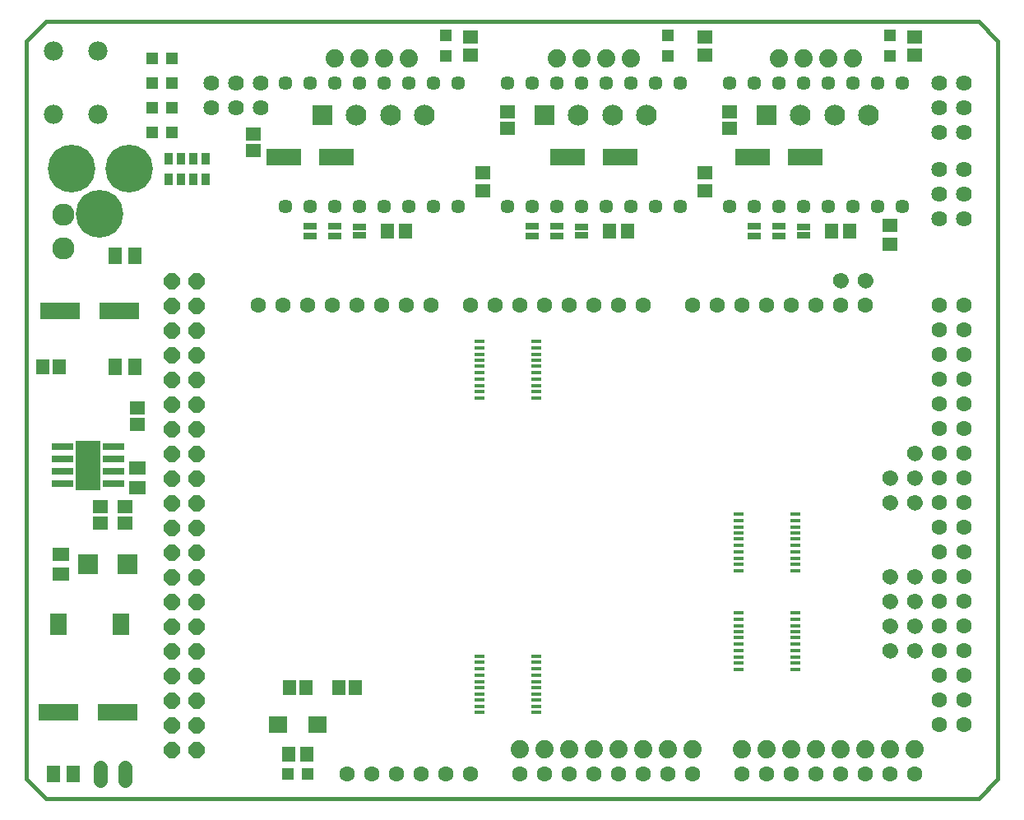
<source format=gts>
G75*
%MOIN*%
%OFA0B0*%
%FSLAX25Y25*%
%IPPOS*%
%LPD*%
%AMOC8*
5,1,8,0,0,1.08239X$1,22.5*
%
%ADD10C,0.01600*%
%ADD11C,0.06306*%
%ADD12R,0.05124X0.05124*%
%ADD13R,0.05518X0.06306*%
%ADD14C,0.07400*%
%ADD15C,0.05715*%
%ADD16C,0.06400*%
%ADD17R,0.06306X0.05518*%
%ADD18R,0.14180X0.06699*%
%ADD19C,0.19298*%
%ADD20R,0.08400X0.08400*%
%ADD21C,0.08400*%
%ADD22C,0.09000*%
%ADD23C,0.07800*%
%ADD24R,0.05400X0.02900*%
%ADD25OC8,0.06400*%
%ADD26R,0.03353X0.04731*%
%ADD27R,0.09061X0.02762*%
%ADD28R,0.10400X0.20400*%
%ADD29R,0.06699X0.05518*%
%ADD30R,0.05518X0.06699*%
%ADD31R,0.16148X0.06699*%
%ADD32R,0.06699X0.09061*%
%ADD33C,0.05800*%
%ADD34R,0.03937X0.01772*%
%ADD35R,0.07487X0.07093*%
%ADD36C,0.05650*%
%ADD37C,0.00000*%
%ADD38C,0.06200*%
%ADD39R,0.08274X0.08274*%
D10*
X0015300Y0009674D02*
X0023174Y0001800D01*
X0401127Y0001800D01*
X0409001Y0009674D01*
X0409001Y0308887D01*
X0401127Y0316761D01*
X0023174Y0316761D01*
X0015300Y0308887D01*
X0015300Y0308800D02*
X0015300Y0009800D01*
D11*
X0145300Y0011800D03*
X0155300Y0011800D03*
X0165300Y0011800D03*
X0175300Y0011800D03*
X0185300Y0011800D03*
X0195300Y0011800D03*
X0215300Y0011800D03*
X0225300Y0011800D03*
X0235300Y0011800D03*
X0245300Y0011800D03*
X0255300Y0011800D03*
X0265300Y0011800D03*
X0275300Y0011800D03*
X0285300Y0011800D03*
X0305300Y0011800D03*
X0315300Y0011800D03*
X0325300Y0011800D03*
X0335300Y0011800D03*
X0345300Y0011800D03*
X0355300Y0011800D03*
X0365300Y0011800D03*
X0375300Y0011800D03*
X0385300Y0031800D03*
X0395300Y0031800D03*
X0395300Y0041800D03*
X0385300Y0041800D03*
X0385300Y0051800D03*
X0395300Y0051800D03*
X0395300Y0061800D03*
X0385300Y0061800D03*
X0385300Y0071800D03*
X0395300Y0071800D03*
X0395300Y0081800D03*
X0385300Y0081800D03*
X0385300Y0091800D03*
X0395300Y0091800D03*
X0395300Y0101800D03*
X0385300Y0101800D03*
X0385300Y0111800D03*
X0395300Y0111800D03*
X0395300Y0121800D03*
X0385300Y0121800D03*
X0385300Y0131800D03*
X0395300Y0131800D03*
X0395300Y0141800D03*
X0385300Y0141800D03*
X0385300Y0151800D03*
X0395300Y0151800D03*
X0395300Y0161800D03*
X0385300Y0161800D03*
X0385300Y0171800D03*
X0395300Y0171800D03*
X0395300Y0181800D03*
X0385300Y0181800D03*
X0385300Y0191800D03*
X0395300Y0191800D03*
X0395300Y0201800D03*
X0385300Y0201800D03*
X0355300Y0201800D03*
X0345300Y0201800D03*
X0335300Y0201800D03*
X0325300Y0201800D03*
X0315300Y0201800D03*
X0305300Y0201800D03*
X0295300Y0201800D03*
X0285300Y0201800D03*
X0265300Y0201800D03*
X0255300Y0201800D03*
X0245300Y0201800D03*
X0235300Y0201800D03*
X0225300Y0201800D03*
X0215300Y0201800D03*
X0205300Y0201800D03*
X0195300Y0201800D03*
X0179300Y0201800D03*
X0169300Y0201800D03*
X0159300Y0201800D03*
X0149300Y0201800D03*
X0139300Y0201800D03*
X0129300Y0201800D03*
X0119300Y0201800D03*
X0109300Y0201800D03*
D12*
X0074434Y0271800D03*
X0066166Y0271800D03*
X0066166Y0281800D03*
X0074434Y0281800D03*
X0074434Y0291800D03*
X0066166Y0291800D03*
X0066166Y0301800D03*
X0074434Y0301800D03*
X0185300Y0302666D03*
X0185300Y0310934D03*
X0275300Y0310934D03*
X0275300Y0302666D03*
X0365300Y0302666D03*
X0365300Y0310934D03*
X0129434Y0011800D03*
X0121166Y0011800D03*
D13*
X0121560Y0019800D03*
X0129040Y0019800D03*
X0128646Y0046800D03*
X0121954Y0046800D03*
X0141954Y0046800D03*
X0148646Y0046800D03*
X0028646Y0176800D03*
X0021954Y0176800D03*
X0161560Y0231800D03*
X0169040Y0231800D03*
X0251560Y0231800D03*
X0259040Y0231800D03*
X0341560Y0231800D03*
X0349040Y0231800D03*
D14*
X0350300Y0301800D03*
X0340300Y0301800D03*
X0330300Y0301800D03*
X0320300Y0301800D03*
X0260300Y0301800D03*
X0250300Y0301800D03*
X0240300Y0301800D03*
X0230300Y0301800D03*
X0170300Y0301800D03*
X0160300Y0301800D03*
X0150300Y0301800D03*
X0140300Y0301800D03*
X0215300Y0021800D03*
X0225300Y0021800D03*
X0235300Y0021800D03*
X0245300Y0021800D03*
X0255300Y0021800D03*
X0265300Y0021800D03*
X0275300Y0021800D03*
X0285300Y0021800D03*
X0305300Y0021800D03*
X0315300Y0021800D03*
X0325300Y0021800D03*
X0335300Y0021800D03*
X0345300Y0021800D03*
X0355300Y0021800D03*
X0365300Y0021800D03*
X0375300Y0021800D03*
D15*
X0375300Y0121800D03*
X0375300Y0131800D03*
X0375300Y0141800D03*
X0370300Y0241800D03*
X0360300Y0241800D03*
X0350300Y0241800D03*
X0340300Y0241800D03*
X0330300Y0241800D03*
X0320300Y0241800D03*
X0310300Y0241800D03*
X0300300Y0241800D03*
X0280300Y0241800D03*
X0270300Y0241800D03*
X0260300Y0241800D03*
X0250300Y0241800D03*
X0240300Y0241800D03*
X0230300Y0241800D03*
X0220300Y0241800D03*
X0210300Y0241800D03*
X0190300Y0241800D03*
X0180300Y0241800D03*
X0170300Y0241800D03*
X0160300Y0241800D03*
X0150300Y0241800D03*
X0140300Y0241800D03*
X0130300Y0241800D03*
X0120300Y0241800D03*
X0120300Y0291800D03*
X0130300Y0291800D03*
X0140300Y0291800D03*
X0150300Y0291800D03*
X0160300Y0291800D03*
X0170300Y0291800D03*
X0180300Y0291800D03*
X0190300Y0291800D03*
X0210300Y0291800D03*
X0220300Y0291800D03*
X0230300Y0291800D03*
X0240300Y0291800D03*
X0250300Y0291800D03*
X0260300Y0291800D03*
X0270300Y0291800D03*
X0280300Y0291800D03*
X0300300Y0291800D03*
X0310300Y0291800D03*
X0320300Y0291800D03*
X0330300Y0291800D03*
X0340300Y0291800D03*
X0350300Y0291800D03*
X0360300Y0291800D03*
X0370300Y0291800D03*
D16*
X0385300Y0291800D03*
X0395300Y0291800D03*
X0395300Y0281800D03*
X0385300Y0281800D03*
X0385300Y0271800D03*
X0395300Y0271800D03*
X0395300Y0256800D03*
X0385300Y0256800D03*
X0385300Y0246800D03*
X0395300Y0246800D03*
X0395300Y0236800D03*
X0385300Y0236800D03*
X0110300Y0281800D03*
X0100300Y0281800D03*
X0100300Y0291800D03*
X0110300Y0291800D03*
X0090300Y0291800D03*
X0090300Y0281800D03*
D17*
X0107300Y0271146D03*
X0107300Y0264454D03*
X0195300Y0303060D03*
X0195300Y0310540D03*
X0210300Y0280146D03*
X0210300Y0273454D03*
X0200300Y0255540D03*
X0200300Y0248060D03*
X0290300Y0248060D03*
X0290300Y0255540D03*
X0300300Y0273454D03*
X0300300Y0280146D03*
X0290300Y0303060D03*
X0290300Y0310540D03*
X0375300Y0310540D03*
X0375300Y0303060D03*
X0365300Y0234040D03*
X0365300Y0226560D03*
X0060300Y0160146D03*
X0060300Y0153454D03*
X0055300Y0120146D03*
X0055300Y0113454D03*
X0045300Y0113454D03*
X0045300Y0120146D03*
D18*
X0119670Y0261800D03*
X0140930Y0261800D03*
X0234670Y0261800D03*
X0255930Y0261800D03*
X0309670Y0261800D03*
X0330930Y0261800D03*
D19*
X0056875Y0257194D03*
X0033646Y0257194D03*
X0045064Y0238690D03*
D20*
X0135300Y0278800D03*
X0225300Y0278800D03*
X0315300Y0278800D03*
D21*
X0329080Y0278800D03*
X0342859Y0278800D03*
X0356639Y0278800D03*
X0266639Y0278800D03*
X0252859Y0278800D03*
X0239080Y0278800D03*
X0176639Y0278800D03*
X0162859Y0278800D03*
X0149080Y0278800D03*
D22*
X0030300Y0238493D03*
X0030300Y0224713D03*
D23*
X0026400Y0279000D03*
X0044200Y0279000D03*
X0044200Y0304600D03*
X0026400Y0304600D03*
D24*
X0130300Y0233800D03*
X0130300Y0229800D03*
X0140300Y0229800D03*
X0140300Y0233800D03*
X0150300Y0233572D03*
X0150300Y0230028D03*
X0220300Y0229800D03*
X0220300Y0233800D03*
X0230300Y0233800D03*
X0230300Y0229800D03*
X0240300Y0230028D03*
X0240300Y0233572D03*
X0310300Y0233800D03*
X0310300Y0229800D03*
X0320300Y0229800D03*
X0320300Y0233800D03*
X0330300Y0233572D03*
X0330300Y0230028D03*
D25*
X0084158Y0211367D03*
X0074158Y0211367D03*
X0074158Y0201367D03*
X0084158Y0201367D03*
X0084158Y0191367D03*
X0074158Y0191367D03*
X0074158Y0181367D03*
X0074158Y0171367D03*
X0074158Y0161367D03*
X0074158Y0151367D03*
X0074158Y0141367D03*
X0074158Y0131367D03*
X0074158Y0121367D03*
X0084158Y0121367D03*
X0084158Y0131367D03*
X0084158Y0141367D03*
X0084158Y0151367D03*
X0084158Y0161367D03*
X0084158Y0171367D03*
X0084158Y0181367D03*
X0084158Y0111367D03*
X0074158Y0111367D03*
X0074158Y0101367D03*
X0074158Y0091367D03*
X0074158Y0081367D03*
X0074158Y0071367D03*
X0074158Y0061367D03*
X0074158Y0051367D03*
X0084158Y0051367D03*
X0084158Y0061367D03*
X0084158Y0071367D03*
X0084158Y0081367D03*
X0084158Y0091367D03*
X0084158Y0101367D03*
X0084158Y0041367D03*
X0074158Y0041367D03*
X0074158Y0031367D03*
X0074158Y0021367D03*
X0084158Y0021367D03*
X0084158Y0031367D03*
D26*
X0082800Y0252587D03*
X0077800Y0252587D03*
X0072800Y0252587D03*
X0072800Y0261013D03*
X0077800Y0261013D03*
X0082800Y0261013D03*
X0087800Y0261013D03*
X0087800Y0252587D03*
D27*
X0050536Y0144300D03*
X0050536Y0139300D03*
X0050536Y0134300D03*
X0050536Y0129300D03*
X0030064Y0129300D03*
X0030064Y0134300D03*
X0030064Y0139300D03*
X0030064Y0144300D03*
D28*
X0040300Y0136800D03*
D29*
X0060300Y0135737D03*
X0060300Y0127863D03*
X0029300Y0100737D03*
X0029300Y0092863D03*
D30*
X0026363Y0011800D03*
X0034237Y0011800D03*
X0051363Y0176800D03*
X0059237Y0176800D03*
X0059237Y0221800D03*
X0051363Y0221800D03*
D31*
X0052820Y0199438D03*
X0028804Y0199438D03*
X0028292Y0036800D03*
X0052308Y0036800D03*
D32*
X0053489Y0072312D03*
X0028292Y0072312D03*
D33*
X0045300Y0014500D02*
X0045300Y0009100D01*
X0055300Y0009100D02*
X0055300Y0014500D01*
D34*
X0198784Y0036623D03*
X0198784Y0039182D03*
X0198784Y0041741D03*
X0198784Y0044123D03*
X0198784Y0046682D03*
X0198784Y0049241D03*
X0198784Y0051800D03*
X0198784Y0054359D03*
X0198784Y0056918D03*
X0198784Y0059477D03*
X0221816Y0059477D03*
X0221816Y0056918D03*
X0221816Y0054359D03*
X0221816Y0051800D03*
X0221816Y0049241D03*
X0221816Y0046682D03*
X0221816Y0044123D03*
X0221816Y0041741D03*
X0221816Y0039182D03*
X0221816Y0036623D03*
X0303784Y0054123D03*
X0303784Y0056682D03*
X0303784Y0059241D03*
X0303784Y0061800D03*
X0303784Y0064359D03*
X0303784Y0066918D03*
X0303784Y0069477D03*
X0303784Y0071859D03*
X0303784Y0074418D03*
X0303784Y0076977D03*
X0303784Y0094123D03*
X0303784Y0096682D03*
X0303784Y0099241D03*
X0303784Y0101800D03*
X0303784Y0104359D03*
X0303784Y0106918D03*
X0303784Y0109477D03*
X0303784Y0111859D03*
X0303784Y0114418D03*
X0303784Y0116977D03*
X0326816Y0116977D03*
X0326816Y0114418D03*
X0326816Y0111859D03*
X0326816Y0109477D03*
X0326816Y0106918D03*
X0326816Y0104359D03*
X0326816Y0101800D03*
X0326816Y0099241D03*
X0326816Y0096682D03*
X0326816Y0094123D03*
X0326816Y0076977D03*
X0326816Y0074418D03*
X0326816Y0071859D03*
X0326816Y0069477D03*
X0326816Y0066918D03*
X0326816Y0064359D03*
X0326816Y0061800D03*
X0326816Y0059241D03*
X0326816Y0056682D03*
X0326816Y0054123D03*
X0221816Y0164123D03*
X0221816Y0166682D03*
X0221816Y0169241D03*
X0221816Y0171800D03*
X0221816Y0174359D03*
X0221816Y0176918D03*
X0221816Y0179477D03*
X0221816Y0181859D03*
X0221816Y0184418D03*
X0221816Y0186977D03*
X0198784Y0186977D03*
X0198784Y0184418D03*
X0198784Y0181859D03*
X0198784Y0179477D03*
X0198784Y0176918D03*
X0198784Y0174359D03*
X0198784Y0171800D03*
X0198784Y0169241D03*
X0198784Y0166682D03*
X0198784Y0164123D03*
D35*
X0133371Y0031800D03*
X0117229Y0031800D03*
D36*
X0345300Y0211800D03*
X0355300Y0211800D03*
X0365300Y0131800D03*
X0365300Y0121800D03*
X0365300Y0091800D03*
X0365300Y0081800D03*
X0365300Y0071800D03*
X0365300Y0061800D03*
X0375300Y0061800D03*
X0375300Y0071800D03*
X0375300Y0081800D03*
X0375300Y0091800D03*
D37*
X0372400Y0091800D02*
X0372402Y0091907D01*
X0372408Y0092014D01*
X0372418Y0092121D01*
X0372432Y0092227D01*
X0372449Y0092333D01*
X0372471Y0092438D01*
X0372497Y0092542D01*
X0372526Y0092645D01*
X0372559Y0092747D01*
X0372596Y0092848D01*
X0372636Y0092947D01*
X0372681Y0093044D01*
X0372728Y0093140D01*
X0372780Y0093235D01*
X0372834Y0093327D01*
X0372892Y0093417D01*
X0372954Y0093505D01*
X0373018Y0093590D01*
X0373086Y0093673D01*
X0373157Y0093754D01*
X0373231Y0093832D01*
X0373307Y0093907D01*
X0373386Y0093979D01*
X0373468Y0094048D01*
X0373552Y0094114D01*
X0373639Y0094177D01*
X0373728Y0094237D01*
X0373819Y0094293D01*
X0373912Y0094346D01*
X0374007Y0094396D01*
X0374104Y0094442D01*
X0374203Y0094484D01*
X0374303Y0094523D01*
X0374404Y0094558D01*
X0374506Y0094589D01*
X0374610Y0094617D01*
X0374715Y0094640D01*
X0374820Y0094660D01*
X0374926Y0094676D01*
X0375032Y0094688D01*
X0375139Y0094696D01*
X0375246Y0094700D01*
X0375354Y0094700D01*
X0375461Y0094696D01*
X0375568Y0094688D01*
X0375674Y0094676D01*
X0375780Y0094660D01*
X0375885Y0094640D01*
X0375990Y0094617D01*
X0376094Y0094589D01*
X0376196Y0094558D01*
X0376297Y0094523D01*
X0376397Y0094484D01*
X0376496Y0094442D01*
X0376593Y0094396D01*
X0376688Y0094346D01*
X0376781Y0094293D01*
X0376872Y0094237D01*
X0376961Y0094177D01*
X0377048Y0094114D01*
X0377132Y0094048D01*
X0377214Y0093979D01*
X0377293Y0093907D01*
X0377369Y0093832D01*
X0377443Y0093754D01*
X0377514Y0093673D01*
X0377582Y0093590D01*
X0377646Y0093505D01*
X0377708Y0093417D01*
X0377766Y0093327D01*
X0377820Y0093235D01*
X0377872Y0093140D01*
X0377919Y0093044D01*
X0377964Y0092947D01*
X0378004Y0092848D01*
X0378041Y0092747D01*
X0378074Y0092645D01*
X0378103Y0092542D01*
X0378129Y0092438D01*
X0378151Y0092333D01*
X0378168Y0092227D01*
X0378182Y0092121D01*
X0378192Y0092014D01*
X0378198Y0091907D01*
X0378200Y0091800D01*
X0378198Y0091693D01*
X0378192Y0091586D01*
X0378182Y0091479D01*
X0378168Y0091373D01*
X0378151Y0091267D01*
X0378129Y0091162D01*
X0378103Y0091058D01*
X0378074Y0090955D01*
X0378041Y0090853D01*
X0378004Y0090752D01*
X0377964Y0090653D01*
X0377919Y0090556D01*
X0377872Y0090460D01*
X0377820Y0090365D01*
X0377766Y0090273D01*
X0377708Y0090183D01*
X0377646Y0090095D01*
X0377582Y0090010D01*
X0377514Y0089927D01*
X0377443Y0089846D01*
X0377369Y0089768D01*
X0377293Y0089693D01*
X0377214Y0089621D01*
X0377132Y0089552D01*
X0377048Y0089486D01*
X0376961Y0089423D01*
X0376872Y0089363D01*
X0376781Y0089307D01*
X0376688Y0089254D01*
X0376593Y0089204D01*
X0376496Y0089158D01*
X0376397Y0089116D01*
X0376297Y0089077D01*
X0376196Y0089042D01*
X0376094Y0089011D01*
X0375990Y0088983D01*
X0375885Y0088960D01*
X0375780Y0088940D01*
X0375674Y0088924D01*
X0375568Y0088912D01*
X0375461Y0088904D01*
X0375354Y0088900D01*
X0375246Y0088900D01*
X0375139Y0088904D01*
X0375032Y0088912D01*
X0374926Y0088924D01*
X0374820Y0088940D01*
X0374715Y0088960D01*
X0374610Y0088983D01*
X0374506Y0089011D01*
X0374404Y0089042D01*
X0374303Y0089077D01*
X0374203Y0089116D01*
X0374104Y0089158D01*
X0374007Y0089204D01*
X0373912Y0089254D01*
X0373819Y0089307D01*
X0373728Y0089363D01*
X0373639Y0089423D01*
X0373552Y0089486D01*
X0373468Y0089552D01*
X0373386Y0089621D01*
X0373307Y0089693D01*
X0373231Y0089768D01*
X0373157Y0089846D01*
X0373086Y0089927D01*
X0373018Y0090010D01*
X0372954Y0090095D01*
X0372892Y0090183D01*
X0372834Y0090273D01*
X0372780Y0090365D01*
X0372728Y0090460D01*
X0372681Y0090556D01*
X0372636Y0090653D01*
X0372596Y0090752D01*
X0372559Y0090853D01*
X0372526Y0090955D01*
X0372497Y0091058D01*
X0372471Y0091162D01*
X0372449Y0091267D01*
X0372432Y0091373D01*
X0372418Y0091479D01*
X0372408Y0091586D01*
X0372402Y0091693D01*
X0372400Y0091800D01*
X0362400Y0091800D02*
X0362402Y0091907D01*
X0362408Y0092014D01*
X0362418Y0092121D01*
X0362432Y0092227D01*
X0362449Y0092333D01*
X0362471Y0092438D01*
X0362497Y0092542D01*
X0362526Y0092645D01*
X0362559Y0092747D01*
X0362596Y0092848D01*
X0362636Y0092947D01*
X0362681Y0093044D01*
X0362728Y0093140D01*
X0362780Y0093235D01*
X0362834Y0093327D01*
X0362892Y0093417D01*
X0362954Y0093505D01*
X0363018Y0093590D01*
X0363086Y0093673D01*
X0363157Y0093754D01*
X0363231Y0093832D01*
X0363307Y0093907D01*
X0363386Y0093979D01*
X0363468Y0094048D01*
X0363552Y0094114D01*
X0363639Y0094177D01*
X0363728Y0094237D01*
X0363819Y0094293D01*
X0363912Y0094346D01*
X0364007Y0094396D01*
X0364104Y0094442D01*
X0364203Y0094484D01*
X0364303Y0094523D01*
X0364404Y0094558D01*
X0364506Y0094589D01*
X0364610Y0094617D01*
X0364715Y0094640D01*
X0364820Y0094660D01*
X0364926Y0094676D01*
X0365032Y0094688D01*
X0365139Y0094696D01*
X0365246Y0094700D01*
X0365354Y0094700D01*
X0365461Y0094696D01*
X0365568Y0094688D01*
X0365674Y0094676D01*
X0365780Y0094660D01*
X0365885Y0094640D01*
X0365990Y0094617D01*
X0366094Y0094589D01*
X0366196Y0094558D01*
X0366297Y0094523D01*
X0366397Y0094484D01*
X0366496Y0094442D01*
X0366593Y0094396D01*
X0366688Y0094346D01*
X0366781Y0094293D01*
X0366872Y0094237D01*
X0366961Y0094177D01*
X0367048Y0094114D01*
X0367132Y0094048D01*
X0367214Y0093979D01*
X0367293Y0093907D01*
X0367369Y0093832D01*
X0367443Y0093754D01*
X0367514Y0093673D01*
X0367582Y0093590D01*
X0367646Y0093505D01*
X0367708Y0093417D01*
X0367766Y0093327D01*
X0367820Y0093235D01*
X0367872Y0093140D01*
X0367919Y0093044D01*
X0367964Y0092947D01*
X0368004Y0092848D01*
X0368041Y0092747D01*
X0368074Y0092645D01*
X0368103Y0092542D01*
X0368129Y0092438D01*
X0368151Y0092333D01*
X0368168Y0092227D01*
X0368182Y0092121D01*
X0368192Y0092014D01*
X0368198Y0091907D01*
X0368200Y0091800D01*
X0368198Y0091693D01*
X0368192Y0091586D01*
X0368182Y0091479D01*
X0368168Y0091373D01*
X0368151Y0091267D01*
X0368129Y0091162D01*
X0368103Y0091058D01*
X0368074Y0090955D01*
X0368041Y0090853D01*
X0368004Y0090752D01*
X0367964Y0090653D01*
X0367919Y0090556D01*
X0367872Y0090460D01*
X0367820Y0090365D01*
X0367766Y0090273D01*
X0367708Y0090183D01*
X0367646Y0090095D01*
X0367582Y0090010D01*
X0367514Y0089927D01*
X0367443Y0089846D01*
X0367369Y0089768D01*
X0367293Y0089693D01*
X0367214Y0089621D01*
X0367132Y0089552D01*
X0367048Y0089486D01*
X0366961Y0089423D01*
X0366872Y0089363D01*
X0366781Y0089307D01*
X0366688Y0089254D01*
X0366593Y0089204D01*
X0366496Y0089158D01*
X0366397Y0089116D01*
X0366297Y0089077D01*
X0366196Y0089042D01*
X0366094Y0089011D01*
X0365990Y0088983D01*
X0365885Y0088960D01*
X0365780Y0088940D01*
X0365674Y0088924D01*
X0365568Y0088912D01*
X0365461Y0088904D01*
X0365354Y0088900D01*
X0365246Y0088900D01*
X0365139Y0088904D01*
X0365032Y0088912D01*
X0364926Y0088924D01*
X0364820Y0088940D01*
X0364715Y0088960D01*
X0364610Y0088983D01*
X0364506Y0089011D01*
X0364404Y0089042D01*
X0364303Y0089077D01*
X0364203Y0089116D01*
X0364104Y0089158D01*
X0364007Y0089204D01*
X0363912Y0089254D01*
X0363819Y0089307D01*
X0363728Y0089363D01*
X0363639Y0089423D01*
X0363552Y0089486D01*
X0363468Y0089552D01*
X0363386Y0089621D01*
X0363307Y0089693D01*
X0363231Y0089768D01*
X0363157Y0089846D01*
X0363086Y0089927D01*
X0363018Y0090010D01*
X0362954Y0090095D01*
X0362892Y0090183D01*
X0362834Y0090273D01*
X0362780Y0090365D01*
X0362728Y0090460D01*
X0362681Y0090556D01*
X0362636Y0090653D01*
X0362596Y0090752D01*
X0362559Y0090853D01*
X0362526Y0090955D01*
X0362497Y0091058D01*
X0362471Y0091162D01*
X0362449Y0091267D01*
X0362432Y0091373D01*
X0362418Y0091479D01*
X0362408Y0091586D01*
X0362402Y0091693D01*
X0362400Y0091800D01*
X0362400Y0081800D02*
X0362402Y0081907D01*
X0362408Y0082014D01*
X0362418Y0082121D01*
X0362432Y0082227D01*
X0362449Y0082333D01*
X0362471Y0082438D01*
X0362497Y0082542D01*
X0362526Y0082645D01*
X0362559Y0082747D01*
X0362596Y0082848D01*
X0362636Y0082947D01*
X0362681Y0083044D01*
X0362728Y0083140D01*
X0362780Y0083235D01*
X0362834Y0083327D01*
X0362892Y0083417D01*
X0362954Y0083505D01*
X0363018Y0083590D01*
X0363086Y0083673D01*
X0363157Y0083754D01*
X0363231Y0083832D01*
X0363307Y0083907D01*
X0363386Y0083979D01*
X0363468Y0084048D01*
X0363552Y0084114D01*
X0363639Y0084177D01*
X0363728Y0084237D01*
X0363819Y0084293D01*
X0363912Y0084346D01*
X0364007Y0084396D01*
X0364104Y0084442D01*
X0364203Y0084484D01*
X0364303Y0084523D01*
X0364404Y0084558D01*
X0364506Y0084589D01*
X0364610Y0084617D01*
X0364715Y0084640D01*
X0364820Y0084660D01*
X0364926Y0084676D01*
X0365032Y0084688D01*
X0365139Y0084696D01*
X0365246Y0084700D01*
X0365354Y0084700D01*
X0365461Y0084696D01*
X0365568Y0084688D01*
X0365674Y0084676D01*
X0365780Y0084660D01*
X0365885Y0084640D01*
X0365990Y0084617D01*
X0366094Y0084589D01*
X0366196Y0084558D01*
X0366297Y0084523D01*
X0366397Y0084484D01*
X0366496Y0084442D01*
X0366593Y0084396D01*
X0366688Y0084346D01*
X0366781Y0084293D01*
X0366872Y0084237D01*
X0366961Y0084177D01*
X0367048Y0084114D01*
X0367132Y0084048D01*
X0367214Y0083979D01*
X0367293Y0083907D01*
X0367369Y0083832D01*
X0367443Y0083754D01*
X0367514Y0083673D01*
X0367582Y0083590D01*
X0367646Y0083505D01*
X0367708Y0083417D01*
X0367766Y0083327D01*
X0367820Y0083235D01*
X0367872Y0083140D01*
X0367919Y0083044D01*
X0367964Y0082947D01*
X0368004Y0082848D01*
X0368041Y0082747D01*
X0368074Y0082645D01*
X0368103Y0082542D01*
X0368129Y0082438D01*
X0368151Y0082333D01*
X0368168Y0082227D01*
X0368182Y0082121D01*
X0368192Y0082014D01*
X0368198Y0081907D01*
X0368200Y0081800D01*
X0368198Y0081693D01*
X0368192Y0081586D01*
X0368182Y0081479D01*
X0368168Y0081373D01*
X0368151Y0081267D01*
X0368129Y0081162D01*
X0368103Y0081058D01*
X0368074Y0080955D01*
X0368041Y0080853D01*
X0368004Y0080752D01*
X0367964Y0080653D01*
X0367919Y0080556D01*
X0367872Y0080460D01*
X0367820Y0080365D01*
X0367766Y0080273D01*
X0367708Y0080183D01*
X0367646Y0080095D01*
X0367582Y0080010D01*
X0367514Y0079927D01*
X0367443Y0079846D01*
X0367369Y0079768D01*
X0367293Y0079693D01*
X0367214Y0079621D01*
X0367132Y0079552D01*
X0367048Y0079486D01*
X0366961Y0079423D01*
X0366872Y0079363D01*
X0366781Y0079307D01*
X0366688Y0079254D01*
X0366593Y0079204D01*
X0366496Y0079158D01*
X0366397Y0079116D01*
X0366297Y0079077D01*
X0366196Y0079042D01*
X0366094Y0079011D01*
X0365990Y0078983D01*
X0365885Y0078960D01*
X0365780Y0078940D01*
X0365674Y0078924D01*
X0365568Y0078912D01*
X0365461Y0078904D01*
X0365354Y0078900D01*
X0365246Y0078900D01*
X0365139Y0078904D01*
X0365032Y0078912D01*
X0364926Y0078924D01*
X0364820Y0078940D01*
X0364715Y0078960D01*
X0364610Y0078983D01*
X0364506Y0079011D01*
X0364404Y0079042D01*
X0364303Y0079077D01*
X0364203Y0079116D01*
X0364104Y0079158D01*
X0364007Y0079204D01*
X0363912Y0079254D01*
X0363819Y0079307D01*
X0363728Y0079363D01*
X0363639Y0079423D01*
X0363552Y0079486D01*
X0363468Y0079552D01*
X0363386Y0079621D01*
X0363307Y0079693D01*
X0363231Y0079768D01*
X0363157Y0079846D01*
X0363086Y0079927D01*
X0363018Y0080010D01*
X0362954Y0080095D01*
X0362892Y0080183D01*
X0362834Y0080273D01*
X0362780Y0080365D01*
X0362728Y0080460D01*
X0362681Y0080556D01*
X0362636Y0080653D01*
X0362596Y0080752D01*
X0362559Y0080853D01*
X0362526Y0080955D01*
X0362497Y0081058D01*
X0362471Y0081162D01*
X0362449Y0081267D01*
X0362432Y0081373D01*
X0362418Y0081479D01*
X0362408Y0081586D01*
X0362402Y0081693D01*
X0362400Y0081800D01*
X0362400Y0071800D02*
X0362402Y0071907D01*
X0362408Y0072014D01*
X0362418Y0072121D01*
X0362432Y0072227D01*
X0362449Y0072333D01*
X0362471Y0072438D01*
X0362497Y0072542D01*
X0362526Y0072645D01*
X0362559Y0072747D01*
X0362596Y0072848D01*
X0362636Y0072947D01*
X0362681Y0073044D01*
X0362728Y0073140D01*
X0362780Y0073235D01*
X0362834Y0073327D01*
X0362892Y0073417D01*
X0362954Y0073505D01*
X0363018Y0073590D01*
X0363086Y0073673D01*
X0363157Y0073754D01*
X0363231Y0073832D01*
X0363307Y0073907D01*
X0363386Y0073979D01*
X0363468Y0074048D01*
X0363552Y0074114D01*
X0363639Y0074177D01*
X0363728Y0074237D01*
X0363819Y0074293D01*
X0363912Y0074346D01*
X0364007Y0074396D01*
X0364104Y0074442D01*
X0364203Y0074484D01*
X0364303Y0074523D01*
X0364404Y0074558D01*
X0364506Y0074589D01*
X0364610Y0074617D01*
X0364715Y0074640D01*
X0364820Y0074660D01*
X0364926Y0074676D01*
X0365032Y0074688D01*
X0365139Y0074696D01*
X0365246Y0074700D01*
X0365354Y0074700D01*
X0365461Y0074696D01*
X0365568Y0074688D01*
X0365674Y0074676D01*
X0365780Y0074660D01*
X0365885Y0074640D01*
X0365990Y0074617D01*
X0366094Y0074589D01*
X0366196Y0074558D01*
X0366297Y0074523D01*
X0366397Y0074484D01*
X0366496Y0074442D01*
X0366593Y0074396D01*
X0366688Y0074346D01*
X0366781Y0074293D01*
X0366872Y0074237D01*
X0366961Y0074177D01*
X0367048Y0074114D01*
X0367132Y0074048D01*
X0367214Y0073979D01*
X0367293Y0073907D01*
X0367369Y0073832D01*
X0367443Y0073754D01*
X0367514Y0073673D01*
X0367582Y0073590D01*
X0367646Y0073505D01*
X0367708Y0073417D01*
X0367766Y0073327D01*
X0367820Y0073235D01*
X0367872Y0073140D01*
X0367919Y0073044D01*
X0367964Y0072947D01*
X0368004Y0072848D01*
X0368041Y0072747D01*
X0368074Y0072645D01*
X0368103Y0072542D01*
X0368129Y0072438D01*
X0368151Y0072333D01*
X0368168Y0072227D01*
X0368182Y0072121D01*
X0368192Y0072014D01*
X0368198Y0071907D01*
X0368200Y0071800D01*
X0368198Y0071693D01*
X0368192Y0071586D01*
X0368182Y0071479D01*
X0368168Y0071373D01*
X0368151Y0071267D01*
X0368129Y0071162D01*
X0368103Y0071058D01*
X0368074Y0070955D01*
X0368041Y0070853D01*
X0368004Y0070752D01*
X0367964Y0070653D01*
X0367919Y0070556D01*
X0367872Y0070460D01*
X0367820Y0070365D01*
X0367766Y0070273D01*
X0367708Y0070183D01*
X0367646Y0070095D01*
X0367582Y0070010D01*
X0367514Y0069927D01*
X0367443Y0069846D01*
X0367369Y0069768D01*
X0367293Y0069693D01*
X0367214Y0069621D01*
X0367132Y0069552D01*
X0367048Y0069486D01*
X0366961Y0069423D01*
X0366872Y0069363D01*
X0366781Y0069307D01*
X0366688Y0069254D01*
X0366593Y0069204D01*
X0366496Y0069158D01*
X0366397Y0069116D01*
X0366297Y0069077D01*
X0366196Y0069042D01*
X0366094Y0069011D01*
X0365990Y0068983D01*
X0365885Y0068960D01*
X0365780Y0068940D01*
X0365674Y0068924D01*
X0365568Y0068912D01*
X0365461Y0068904D01*
X0365354Y0068900D01*
X0365246Y0068900D01*
X0365139Y0068904D01*
X0365032Y0068912D01*
X0364926Y0068924D01*
X0364820Y0068940D01*
X0364715Y0068960D01*
X0364610Y0068983D01*
X0364506Y0069011D01*
X0364404Y0069042D01*
X0364303Y0069077D01*
X0364203Y0069116D01*
X0364104Y0069158D01*
X0364007Y0069204D01*
X0363912Y0069254D01*
X0363819Y0069307D01*
X0363728Y0069363D01*
X0363639Y0069423D01*
X0363552Y0069486D01*
X0363468Y0069552D01*
X0363386Y0069621D01*
X0363307Y0069693D01*
X0363231Y0069768D01*
X0363157Y0069846D01*
X0363086Y0069927D01*
X0363018Y0070010D01*
X0362954Y0070095D01*
X0362892Y0070183D01*
X0362834Y0070273D01*
X0362780Y0070365D01*
X0362728Y0070460D01*
X0362681Y0070556D01*
X0362636Y0070653D01*
X0362596Y0070752D01*
X0362559Y0070853D01*
X0362526Y0070955D01*
X0362497Y0071058D01*
X0362471Y0071162D01*
X0362449Y0071267D01*
X0362432Y0071373D01*
X0362418Y0071479D01*
X0362408Y0071586D01*
X0362402Y0071693D01*
X0362400Y0071800D01*
X0362400Y0061800D02*
X0362402Y0061907D01*
X0362408Y0062014D01*
X0362418Y0062121D01*
X0362432Y0062227D01*
X0362449Y0062333D01*
X0362471Y0062438D01*
X0362497Y0062542D01*
X0362526Y0062645D01*
X0362559Y0062747D01*
X0362596Y0062848D01*
X0362636Y0062947D01*
X0362681Y0063044D01*
X0362728Y0063140D01*
X0362780Y0063235D01*
X0362834Y0063327D01*
X0362892Y0063417D01*
X0362954Y0063505D01*
X0363018Y0063590D01*
X0363086Y0063673D01*
X0363157Y0063754D01*
X0363231Y0063832D01*
X0363307Y0063907D01*
X0363386Y0063979D01*
X0363468Y0064048D01*
X0363552Y0064114D01*
X0363639Y0064177D01*
X0363728Y0064237D01*
X0363819Y0064293D01*
X0363912Y0064346D01*
X0364007Y0064396D01*
X0364104Y0064442D01*
X0364203Y0064484D01*
X0364303Y0064523D01*
X0364404Y0064558D01*
X0364506Y0064589D01*
X0364610Y0064617D01*
X0364715Y0064640D01*
X0364820Y0064660D01*
X0364926Y0064676D01*
X0365032Y0064688D01*
X0365139Y0064696D01*
X0365246Y0064700D01*
X0365354Y0064700D01*
X0365461Y0064696D01*
X0365568Y0064688D01*
X0365674Y0064676D01*
X0365780Y0064660D01*
X0365885Y0064640D01*
X0365990Y0064617D01*
X0366094Y0064589D01*
X0366196Y0064558D01*
X0366297Y0064523D01*
X0366397Y0064484D01*
X0366496Y0064442D01*
X0366593Y0064396D01*
X0366688Y0064346D01*
X0366781Y0064293D01*
X0366872Y0064237D01*
X0366961Y0064177D01*
X0367048Y0064114D01*
X0367132Y0064048D01*
X0367214Y0063979D01*
X0367293Y0063907D01*
X0367369Y0063832D01*
X0367443Y0063754D01*
X0367514Y0063673D01*
X0367582Y0063590D01*
X0367646Y0063505D01*
X0367708Y0063417D01*
X0367766Y0063327D01*
X0367820Y0063235D01*
X0367872Y0063140D01*
X0367919Y0063044D01*
X0367964Y0062947D01*
X0368004Y0062848D01*
X0368041Y0062747D01*
X0368074Y0062645D01*
X0368103Y0062542D01*
X0368129Y0062438D01*
X0368151Y0062333D01*
X0368168Y0062227D01*
X0368182Y0062121D01*
X0368192Y0062014D01*
X0368198Y0061907D01*
X0368200Y0061800D01*
X0368198Y0061693D01*
X0368192Y0061586D01*
X0368182Y0061479D01*
X0368168Y0061373D01*
X0368151Y0061267D01*
X0368129Y0061162D01*
X0368103Y0061058D01*
X0368074Y0060955D01*
X0368041Y0060853D01*
X0368004Y0060752D01*
X0367964Y0060653D01*
X0367919Y0060556D01*
X0367872Y0060460D01*
X0367820Y0060365D01*
X0367766Y0060273D01*
X0367708Y0060183D01*
X0367646Y0060095D01*
X0367582Y0060010D01*
X0367514Y0059927D01*
X0367443Y0059846D01*
X0367369Y0059768D01*
X0367293Y0059693D01*
X0367214Y0059621D01*
X0367132Y0059552D01*
X0367048Y0059486D01*
X0366961Y0059423D01*
X0366872Y0059363D01*
X0366781Y0059307D01*
X0366688Y0059254D01*
X0366593Y0059204D01*
X0366496Y0059158D01*
X0366397Y0059116D01*
X0366297Y0059077D01*
X0366196Y0059042D01*
X0366094Y0059011D01*
X0365990Y0058983D01*
X0365885Y0058960D01*
X0365780Y0058940D01*
X0365674Y0058924D01*
X0365568Y0058912D01*
X0365461Y0058904D01*
X0365354Y0058900D01*
X0365246Y0058900D01*
X0365139Y0058904D01*
X0365032Y0058912D01*
X0364926Y0058924D01*
X0364820Y0058940D01*
X0364715Y0058960D01*
X0364610Y0058983D01*
X0364506Y0059011D01*
X0364404Y0059042D01*
X0364303Y0059077D01*
X0364203Y0059116D01*
X0364104Y0059158D01*
X0364007Y0059204D01*
X0363912Y0059254D01*
X0363819Y0059307D01*
X0363728Y0059363D01*
X0363639Y0059423D01*
X0363552Y0059486D01*
X0363468Y0059552D01*
X0363386Y0059621D01*
X0363307Y0059693D01*
X0363231Y0059768D01*
X0363157Y0059846D01*
X0363086Y0059927D01*
X0363018Y0060010D01*
X0362954Y0060095D01*
X0362892Y0060183D01*
X0362834Y0060273D01*
X0362780Y0060365D01*
X0362728Y0060460D01*
X0362681Y0060556D01*
X0362636Y0060653D01*
X0362596Y0060752D01*
X0362559Y0060853D01*
X0362526Y0060955D01*
X0362497Y0061058D01*
X0362471Y0061162D01*
X0362449Y0061267D01*
X0362432Y0061373D01*
X0362418Y0061479D01*
X0362408Y0061586D01*
X0362402Y0061693D01*
X0362400Y0061800D01*
X0372400Y0061800D02*
X0372402Y0061907D01*
X0372408Y0062014D01*
X0372418Y0062121D01*
X0372432Y0062227D01*
X0372449Y0062333D01*
X0372471Y0062438D01*
X0372497Y0062542D01*
X0372526Y0062645D01*
X0372559Y0062747D01*
X0372596Y0062848D01*
X0372636Y0062947D01*
X0372681Y0063044D01*
X0372728Y0063140D01*
X0372780Y0063235D01*
X0372834Y0063327D01*
X0372892Y0063417D01*
X0372954Y0063505D01*
X0373018Y0063590D01*
X0373086Y0063673D01*
X0373157Y0063754D01*
X0373231Y0063832D01*
X0373307Y0063907D01*
X0373386Y0063979D01*
X0373468Y0064048D01*
X0373552Y0064114D01*
X0373639Y0064177D01*
X0373728Y0064237D01*
X0373819Y0064293D01*
X0373912Y0064346D01*
X0374007Y0064396D01*
X0374104Y0064442D01*
X0374203Y0064484D01*
X0374303Y0064523D01*
X0374404Y0064558D01*
X0374506Y0064589D01*
X0374610Y0064617D01*
X0374715Y0064640D01*
X0374820Y0064660D01*
X0374926Y0064676D01*
X0375032Y0064688D01*
X0375139Y0064696D01*
X0375246Y0064700D01*
X0375354Y0064700D01*
X0375461Y0064696D01*
X0375568Y0064688D01*
X0375674Y0064676D01*
X0375780Y0064660D01*
X0375885Y0064640D01*
X0375990Y0064617D01*
X0376094Y0064589D01*
X0376196Y0064558D01*
X0376297Y0064523D01*
X0376397Y0064484D01*
X0376496Y0064442D01*
X0376593Y0064396D01*
X0376688Y0064346D01*
X0376781Y0064293D01*
X0376872Y0064237D01*
X0376961Y0064177D01*
X0377048Y0064114D01*
X0377132Y0064048D01*
X0377214Y0063979D01*
X0377293Y0063907D01*
X0377369Y0063832D01*
X0377443Y0063754D01*
X0377514Y0063673D01*
X0377582Y0063590D01*
X0377646Y0063505D01*
X0377708Y0063417D01*
X0377766Y0063327D01*
X0377820Y0063235D01*
X0377872Y0063140D01*
X0377919Y0063044D01*
X0377964Y0062947D01*
X0378004Y0062848D01*
X0378041Y0062747D01*
X0378074Y0062645D01*
X0378103Y0062542D01*
X0378129Y0062438D01*
X0378151Y0062333D01*
X0378168Y0062227D01*
X0378182Y0062121D01*
X0378192Y0062014D01*
X0378198Y0061907D01*
X0378200Y0061800D01*
X0378198Y0061693D01*
X0378192Y0061586D01*
X0378182Y0061479D01*
X0378168Y0061373D01*
X0378151Y0061267D01*
X0378129Y0061162D01*
X0378103Y0061058D01*
X0378074Y0060955D01*
X0378041Y0060853D01*
X0378004Y0060752D01*
X0377964Y0060653D01*
X0377919Y0060556D01*
X0377872Y0060460D01*
X0377820Y0060365D01*
X0377766Y0060273D01*
X0377708Y0060183D01*
X0377646Y0060095D01*
X0377582Y0060010D01*
X0377514Y0059927D01*
X0377443Y0059846D01*
X0377369Y0059768D01*
X0377293Y0059693D01*
X0377214Y0059621D01*
X0377132Y0059552D01*
X0377048Y0059486D01*
X0376961Y0059423D01*
X0376872Y0059363D01*
X0376781Y0059307D01*
X0376688Y0059254D01*
X0376593Y0059204D01*
X0376496Y0059158D01*
X0376397Y0059116D01*
X0376297Y0059077D01*
X0376196Y0059042D01*
X0376094Y0059011D01*
X0375990Y0058983D01*
X0375885Y0058960D01*
X0375780Y0058940D01*
X0375674Y0058924D01*
X0375568Y0058912D01*
X0375461Y0058904D01*
X0375354Y0058900D01*
X0375246Y0058900D01*
X0375139Y0058904D01*
X0375032Y0058912D01*
X0374926Y0058924D01*
X0374820Y0058940D01*
X0374715Y0058960D01*
X0374610Y0058983D01*
X0374506Y0059011D01*
X0374404Y0059042D01*
X0374303Y0059077D01*
X0374203Y0059116D01*
X0374104Y0059158D01*
X0374007Y0059204D01*
X0373912Y0059254D01*
X0373819Y0059307D01*
X0373728Y0059363D01*
X0373639Y0059423D01*
X0373552Y0059486D01*
X0373468Y0059552D01*
X0373386Y0059621D01*
X0373307Y0059693D01*
X0373231Y0059768D01*
X0373157Y0059846D01*
X0373086Y0059927D01*
X0373018Y0060010D01*
X0372954Y0060095D01*
X0372892Y0060183D01*
X0372834Y0060273D01*
X0372780Y0060365D01*
X0372728Y0060460D01*
X0372681Y0060556D01*
X0372636Y0060653D01*
X0372596Y0060752D01*
X0372559Y0060853D01*
X0372526Y0060955D01*
X0372497Y0061058D01*
X0372471Y0061162D01*
X0372449Y0061267D01*
X0372432Y0061373D01*
X0372418Y0061479D01*
X0372408Y0061586D01*
X0372402Y0061693D01*
X0372400Y0061800D01*
X0372400Y0071800D02*
X0372402Y0071907D01*
X0372408Y0072014D01*
X0372418Y0072121D01*
X0372432Y0072227D01*
X0372449Y0072333D01*
X0372471Y0072438D01*
X0372497Y0072542D01*
X0372526Y0072645D01*
X0372559Y0072747D01*
X0372596Y0072848D01*
X0372636Y0072947D01*
X0372681Y0073044D01*
X0372728Y0073140D01*
X0372780Y0073235D01*
X0372834Y0073327D01*
X0372892Y0073417D01*
X0372954Y0073505D01*
X0373018Y0073590D01*
X0373086Y0073673D01*
X0373157Y0073754D01*
X0373231Y0073832D01*
X0373307Y0073907D01*
X0373386Y0073979D01*
X0373468Y0074048D01*
X0373552Y0074114D01*
X0373639Y0074177D01*
X0373728Y0074237D01*
X0373819Y0074293D01*
X0373912Y0074346D01*
X0374007Y0074396D01*
X0374104Y0074442D01*
X0374203Y0074484D01*
X0374303Y0074523D01*
X0374404Y0074558D01*
X0374506Y0074589D01*
X0374610Y0074617D01*
X0374715Y0074640D01*
X0374820Y0074660D01*
X0374926Y0074676D01*
X0375032Y0074688D01*
X0375139Y0074696D01*
X0375246Y0074700D01*
X0375354Y0074700D01*
X0375461Y0074696D01*
X0375568Y0074688D01*
X0375674Y0074676D01*
X0375780Y0074660D01*
X0375885Y0074640D01*
X0375990Y0074617D01*
X0376094Y0074589D01*
X0376196Y0074558D01*
X0376297Y0074523D01*
X0376397Y0074484D01*
X0376496Y0074442D01*
X0376593Y0074396D01*
X0376688Y0074346D01*
X0376781Y0074293D01*
X0376872Y0074237D01*
X0376961Y0074177D01*
X0377048Y0074114D01*
X0377132Y0074048D01*
X0377214Y0073979D01*
X0377293Y0073907D01*
X0377369Y0073832D01*
X0377443Y0073754D01*
X0377514Y0073673D01*
X0377582Y0073590D01*
X0377646Y0073505D01*
X0377708Y0073417D01*
X0377766Y0073327D01*
X0377820Y0073235D01*
X0377872Y0073140D01*
X0377919Y0073044D01*
X0377964Y0072947D01*
X0378004Y0072848D01*
X0378041Y0072747D01*
X0378074Y0072645D01*
X0378103Y0072542D01*
X0378129Y0072438D01*
X0378151Y0072333D01*
X0378168Y0072227D01*
X0378182Y0072121D01*
X0378192Y0072014D01*
X0378198Y0071907D01*
X0378200Y0071800D01*
X0378198Y0071693D01*
X0378192Y0071586D01*
X0378182Y0071479D01*
X0378168Y0071373D01*
X0378151Y0071267D01*
X0378129Y0071162D01*
X0378103Y0071058D01*
X0378074Y0070955D01*
X0378041Y0070853D01*
X0378004Y0070752D01*
X0377964Y0070653D01*
X0377919Y0070556D01*
X0377872Y0070460D01*
X0377820Y0070365D01*
X0377766Y0070273D01*
X0377708Y0070183D01*
X0377646Y0070095D01*
X0377582Y0070010D01*
X0377514Y0069927D01*
X0377443Y0069846D01*
X0377369Y0069768D01*
X0377293Y0069693D01*
X0377214Y0069621D01*
X0377132Y0069552D01*
X0377048Y0069486D01*
X0376961Y0069423D01*
X0376872Y0069363D01*
X0376781Y0069307D01*
X0376688Y0069254D01*
X0376593Y0069204D01*
X0376496Y0069158D01*
X0376397Y0069116D01*
X0376297Y0069077D01*
X0376196Y0069042D01*
X0376094Y0069011D01*
X0375990Y0068983D01*
X0375885Y0068960D01*
X0375780Y0068940D01*
X0375674Y0068924D01*
X0375568Y0068912D01*
X0375461Y0068904D01*
X0375354Y0068900D01*
X0375246Y0068900D01*
X0375139Y0068904D01*
X0375032Y0068912D01*
X0374926Y0068924D01*
X0374820Y0068940D01*
X0374715Y0068960D01*
X0374610Y0068983D01*
X0374506Y0069011D01*
X0374404Y0069042D01*
X0374303Y0069077D01*
X0374203Y0069116D01*
X0374104Y0069158D01*
X0374007Y0069204D01*
X0373912Y0069254D01*
X0373819Y0069307D01*
X0373728Y0069363D01*
X0373639Y0069423D01*
X0373552Y0069486D01*
X0373468Y0069552D01*
X0373386Y0069621D01*
X0373307Y0069693D01*
X0373231Y0069768D01*
X0373157Y0069846D01*
X0373086Y0069927D01*
X0373018Y0070010D01*
X0372954Y0070095D01*
X0372892Y0070183D01*
X0372834Y0070273D01*
X0372780Y0070365D01*
X0372728Y0070460D01*
X0372681Y0070556D01*
X0372636Y0070653D01*
X0372596Y0070752D01*
X0372559Y0070853D01*
X0372526Y0070955D01*
X0372497Y0071058D01*
X0372471Y0071162D01*
X0372449Y0071267D01*
X0372432Y0071373D01*
X0372418Y0071479D01*
X0372408Y0071586D01*
X0372402Y0071693D01*
X0372400Y0071800D01*
X0372400Y0081800D02*
X0372402Y0081907D01*
X0372408Y0082014D01*
X0372418Y0082121D01*
X0372432Y0082227D01*
X0372449Y0082333D01*
X0372471Y0082438D01*
X0372497Y0082542D01*
X0372526Y0082645D01*
X0372559Y0082747D01*
X0372596Y0082848D01*
X0372636Y0082947D01*
X0372681Y0083044D01*
X0372728Y0083140D01*
X0372780Y0083235D01*
X0372834Y0083327D01*
X0372892Y0083417D01*
X0372954Y0083505D01*
X0373018Y0083590D01*
X0373086Y0083673D01*
X0373157Y0083754D01*
X0373231Y0083832D01*
X0373307Y0083907D01*
X0373386Y0083979D01*
X0373468Y0084048D01*
X0373552Y0084114D01*
X0373639Y0084177D01*
X0373728Y0084237D01*
X0373819Y0084293D01*
X0373912Y0084346D01*
X0374007Y0084396D01*
X0374104Y0084442D01*
X0374203Y0084484D01*
X0374303Y0084523D01*
X0374404Y0084558D01*
X0374506Y0084589D01*
X0374610Y0084617D01*
X0374715Y0084640D01*
X0374820Y0084660D01*
X0374926Y0084676D01*
X0375032Y0084688D01*
X0375139Y0084696D01*
X0375246Y0084700D01*
X0375354Y0084700D01*
X0375461Y0084696D01*
X0375568Y0084688D01*
X0375674Y0084676D01*
X0375780Y0084660D01*
X0375885Y0084640D01*
X0375990Y0084617D01*
X0376094Y0084589D01*
X0376196Y0084558D01*
X0376297Y0084523D01*
X0376397Y0084484D01*
X0376496Y0084442D01*
X0376593Y0084396D01*
X0376688Y0084346D01*
X0376781Y0084293D01*
X0376872Y0084237D01*
X0376961Y0084177D01*
X0377048Y0084114D01*
X0377132Y0084048D01*
X0377214Y0083979D01*
X0377293Y0083907D01*
X0377369Y0083832D01*
X0377443Y0083754D01*
X0377514Y0083673D01*
X0377582Y0083590D01*
X0377646Y0083505D01*
X0377708Y0083417D01*
X0377766Y0083327D01*
X0377820Y0083235D01*
X0377872Y0083140D01*
X0377919Y0083044D01*
X0377964Y0082947D01*
X0378004Y0082848D01*
X0378041Y0082747D01*
X0378074Y0082645D01*
X0378103Y0082542D01*
X0378129Y0082438D01*
X0378151Y0082333D01*
X0378168Y0082227D01*
X0378182Y0082121D01*
X0378192Y0082014D01*
X0378198Y0081907D01*
X0378200Y0081800D01*
X0378198Y0081693D01*
X0378192Y0081586D01*
X0378182Y0081479D01*
X0378168Y0081373D01*
X0378151Y0081267D01*
X0378129Y0081162D01*
X0378103Y0081058D01*
X0378074Y0080955D01*
X0378041Y0080853D01*
X0378004Y0080752D01*
X0377964Y0080653D01*
X0377919Y0080556D01*
X0377872Y0080460D01*
X0377820Y0080365D01*
X0377766Y0080273D01*
X0377708Y0080183D01*
X0377646Y0080095D01*
X0377582Y0080010D01*
X0377514Y0079927D01*
X0377443Y0079846D01*
X0377369Y0079768D01*
X0377293Y0079693D01*
X0377214Y0079621D01*
X0377132Y0079552D01*
X0377048Y0079486D01*
X0376961Y0079423D01*
X0376872Y0079363D01*
X0376781Y0079307D01*
X0376688Y0079254D01*
X0376593Y0079204D01*
X0376496Y0079158D01*
X0376397Y0079116D01*
X0376297Y0079077D01*
X0376196Y0079042D01*
X0376094Y0079011D01*
X0375990Y0078983D01*
X0375885Y0078960D01*
X0375780Y0078940D01*
X0375674Y0078924D01*
X0375568Y0078912D01*
X0375461Y0078904D01*
X0375354Y0078900D01*
X0375246Y0078900D01*
X0375139Y0078904D01*
X0375032Y0078912D01*
X0374926Y0078924D01*
X0374820Y0078940D01*
X0374715Y0078960D01*
X0374610Y0078983D01*
X0374506Y0079011D01*
X0374404Y0079042D01*
X0374303Y0079077D01*
X0374203Y0079116D01*
X0374104Y0079158D01*
X0374007Y0079204D01*
X0373912Y0079254D01*
X0373819Y0079307D01*
X0373728Y0079363D01*
X0373639Y0079423D01*
X0373552Y0079486D01*
X0373468Y0079552D01*
X0373386Y0079621D01*
X0373307Y0079693D01*
X0373231Y0079768D01*
X0373157Y0079846D01*
X0373086Y0079927D01*
X0373018Y0080010D01*
X0372954Y0080095D01*
X0372892Y0080183D01*
X0372834Y0080273D01*
X0372780Y0080365D01*
X0372728Y0080460D01*
X0372681Y0080556D01*
X0372636Y0080653D01*
X0372596Y0080752D01*
X0372559Y0080853D01*
X0372526Y0080955D01*
X0372497Y0081058D01*
X0372471Y0081162D01*
X0372449Y0081267D01*
X0372432Y0081373D01*
X0372418Y0081479D01*
X0372408Y0081586D01*
X0372402Y0081693D01*
X0372400Y0081800D01*
X0372400Y0121800D02*
X0372402Y0121907D01*
X0372408Y0122014D01*
X0372418Y0122121D01*
X0372432Y0122227D01*
X0372449Y0122333D01*
X0372471Y0122438D01*
X0372497Y0122542D01*
X0372526Y0122645D01*
X0372559Y0122747D01*
X0372596Y0122848D01*
X0372636Y0122947D01*
X0372681Y0123044D01*
X0372728Y0123140D01*
X0372780Y0123235D01*
X0372834Y0123327D01*
X0372892Y0123417D01*
X0372954Y0123505D01*
X0373018Y0123590D01*
X0373086Y0123673D01*
X0373157Y0123754D01*
X0373231Y0123832D01*
X0373307Y0123907D01*
X0373386Y0123979D01*
X0373468Y0124048D01*
X0373552Y0124114D01*
X0373639Y0124177D01*
X0373728Y0124237D01*
X0373819Y0124293D01*
X0373912Y0124346D01*
X0374007Y0124396D01*
X0374104Y0124442D01*
X0374203Y0124484D01*
X0374303Y0124523D01*
X0374404Y0124558D01*
X0374506Y0124589D01*
X0374610Y0124617D01*
X0374715Y0124640D01*
X0374820Y0124660D01*
X0374926Y0124676D01*
X0375032Y0124688D01*
X0375139Y0124696D01*
X0375246Y0124700D01*
X0375354Y0124700D01*
X0375461Y0124696D01*
X0375568Y0124688D01*
X0375674Y0124676D01*
X0375780Y0124660D01*
X0375885Y0124640D01*
X0375990Y0124617D01*
X0376094Y0124589D01*
X0376196Y0124558D01*
X0376297Y0124523D01*
X0376397Y0124484D01*
X0376496Y0124442D01*
X0376593Y0124396D01*
X0376688Y0124346D01*
X0376781Y0124293D01*
X0376872Y0124237D01*
X0376961Y0124177D01*
X0377048Y0124114D01*
X0377132Y0124048D01*
X0377214Y0123979D01*
X0377293Y0123907D01*
X0377369Y0123832D01*
X0377443Y0123754D01*
X0377514Y0123673D01*
X0377582Y0123590D01*
X0377646Y0123505D01*
X0377708Y0123417D01*
X0377766Y0123327D01*
X0377820Y0123235D01*
X0377872Y0123140D01*
X0377919Y0123044D01*
X0377964Y0122947D01*
X0378004Y0122848D01*
X0378041Y0122747D01*
X0378074Y0122645D01*
X0378103Y0122542D01*
X0378129Y0122438D01*
X0378151Y0122333D01*
X0378168Y0122227D01*
X0378182Y0122121D01*
X0378192Y0122014D01*
X0378198Y0121907D01*
X0378200Y0121800D01*
X0378198Y0121693D01*
X0378192Y0121586D01*
X0378182Y0121479D01*
X0378168Y0121373D01*
X0378151Y0121267D01*
X0378129Y0121162D01*
X0378103Y0121058D01*
X0378074Y0120955D01*
X0378041Y0120853D01*
X0378004Y0120752D01*
X0377964Y0120653D01*
X0377919Y0120556D01*
X0377872Y0120460D01*
X0377820Y0120365D01*
X0377766Y0120273D01*
X0377708Y0120183D01*
X0377646Y0120095D01*
X0377582Y0120010D01*
X0377514Y0119927D01*
X0377443Y0119846D01*
X0377369Y0119768D01*
X0377293Y0119693D01*
X0377214Y0119621D01*
X0377132Y0119552D01*
X0377048Y0119486D01*
X0376961Y0119423D01*
X0376872Y0119363D01*
X0376781Y0119307D01*
X0376688Y0119254D01*
X0376593Y0119204D01*
X0376496Y0119158D01*
X0376397Y0119116D01*
X0376297Y0119077D01*
X0376196Y0119042D01*
X0376094Y0119011D01*
X0375990Y0118983D01*
X0375885Y0118960D01*
X0375780Y0118940D01*
X0375674Y0118924D01*
X0375568Y0118912D01*
X0375461Y0118904D01*
X0375354Y0118900D01*
X0375246Y0118900D01*
X0375139Y0118904D01*
X0375032Y0118912D01*
X0374926Y0118924D01*
X0374820Y0118940D01*
X0374715Y0118960D01*
X0374610Y0118983D01*
X0374506Y0119011D01*
X0374404Y0119042D01*
X0374303Y0119077D01*
X0374203Y0119116D01*
X0374104Y0119158D01*
X0374007Y0119204D01*
X0373912Y0119254D01*
X0373819Y0119307D01*
X0373728Y0119363D01*
X0373639Y0119423D01*
X0373552Y0119486D01*
X0373468Y0119552D01*
X0373386Y0119621D01*
X0373307Y0119693D01*
X0373231Y0119768D01*
X0373157Y0119846D01*
X0373086Y0119927D01*
X0373018Y0120010D01*
X0372954Y0120095D01*
X0372892Y0120183D01*
X0372834Y0120273D01*
X0372780Y0120365D01*
X0372728Y0120460D01*
X0372681Y0120556D01*
X0372636Y0120653D01*
X0372596Y0120752D01*
X0372559Y0120853D01*
X0372526Y0120955D01*
X0372497Y0121058D01*
X0372471Y0121162D01*
X0372449Y0121267D01*
X0372432Y0121373D01*
X0372418Y0121479D01*
X0372408Y0121586D01*
X0372402Y0121693D01*
X0372400Y0121800D01*
X0362400Y0121800D02*
X0362402Y0121907D01*
X0362408Y0122014D01*
X0362418Y0122121D01*
X0362432Y0122227D01*
X0362449Y0122333D01*
X0362471Y0122438D01*
X0362497Y0122542D01*
X0362526Y0122645D01*
X0362559Y0122747D01*
X0362596Y0122848D01*
X0362636Y0122947D01*
X0362681Y0123044D01*
X0362728Y0123140D01*
X0362780Y0123235D01*
X0362834Y0123327D01*
X0362892Y0123417D01*
X0362954Y0123505D01*
X0363018Y0123590D01*
X0363086Y0123673D01*
X0363157Y0123754D01*
X0363231Y0123832D01*
X0363307Y0123907D01*
X0363386Y0123979D01*
X0363468Y0124048D01*
X0363552Y0124114D01*
X0363639Y0124177D01*
X0363728Y0124237D01*
X0363819Y0124293D01*
X0363912Y0124346D01*
X0364007Y0124396D01*
X0364104Y0124442D01*
X0364203Y0124484D01*
X0364303Y0124523D01*
X0364404Y0124558D01*
X0364506Y0124589D01*
X0364610Y0124617D01*
X0364715Y0124640D01*
X0364820Y0124660D01*
X0364926Y0124676D01*
X0365032Y0124688D01*
X0365139Y0124696D01*
X0365246Y0124700D01*
X0365354Y0124700D01*
X0365461Y0124696D01*
X0365568Y0124688D01*
X0365674Y0124676D01*
X0365780Y0124660D01*
X0365885Y0124640D01*
X0365990Y0124617D01*
X0366094Y0124589D01*
X0366196Y0124558D01*
X0366297Y0124523D01*
X0366397Y0124484D01*
X0366496Y0124442D01*
X0366593Y0124396D01*
X0366688Y0124346D01*
X0366781Y0124293D01*
X0366872Y0124237D01*
X0366961Y0124177D01*
X0367048Y0124114D01*
X0367132Y0124048D01*
X0367214Y0123979D01*
X0367293Y0123907D01*
X0367369Y0123832D01*
X0367443Y0123754D01*
X0367514Y0123673D01*
X0367582Y0123590D01*
X0367646Y0123505D01*
X0367708Y0123417D01*
X0367766Y0123327D01*
X0367820Y0123235D01*
X0367872Y0123140D01*
X0367919Y0123044D01*
X0367964Y0122947D01*
X0368004Y0122848D01*
X0368041Y0122747D01*
X0368074Y0122645D01*
X0368103Y0122542D01*
X0368129Y0122438D01*
X0368151Y0122333D01*
X0368168Y0122227D01*
X0368182Y0122121D01*
X0368192Y0122014D01*
X0368198Y0121907D01*
X0368200Y0121800D01*
X0368198Y0121693D01*
X0368192Y0121586D01*
X0368182Y0121479D01*
X0368168Y0121373D01*
X0368151Y0121267D01*
X0368129Y0121162D01*
X0368103Y0121058D01*
X0368074Y0120955D01*
X0368041Y0120853D01*
X0368004Y0120752D01*
X0367964Y0120653D01*
X0367919Y0120556D01*
X0367872Y0120460D01*
X0367820Y0120365D01*
X0367766Y0120273D01*
X0367708Y0120183D01*
X0367646Y0120095D01*
X0367582Y0120010D01*
X0367514Y0119927D01*
X0367443Y0119846D01*
X0367369Y0119768D01*
X0367293Y0119693D01*
X0367214Y0119621D01*
X0367132Y0119552D01*
X0367048Y0119486D01*
X0366961Y0119423D01*
X0366872Y0119363D01*
X0366781Y0119307D01*
X0366688Y0119254D01*
X0366593Y0119204D01*
X0366496Y0119158D01*
X0366397Y0119116D01*
X0366297Y0119077D01*
X0366196Y0119042D01*
X0366094Y0119011D01*
X0365990Y0118983D01*
X0365885Y0118960D01*
X0365780Y0118940D01*
X0365674Y0118924D01*
X0365568Y0118912D01*
X0365461Y0118904D01*
X0365354Y0118900D01*
X0365246Y0118900D01*
X0365139Y0118904D01*
X0365032Y0118912D01*
X0364926Y0118924D01*
X0364820Y0118940D01*
X0364715Y0118960D01*
X0364610Y0118983D01*
X0364506Y0119011D01*
X0364404Y0119042D01*
X0364303Y0119077D01*
X0364203Y0119116D01*
X0364104Y0119158D01*
X0364007Y0119204D01*
X0363912Y0119254D01*
X0363819Y0119307D01*
X0363728Y0119363D01*
X0363639Y0119423D01*
X0363552Y0119486D01*
X0363468Y0119552D01*
X0363386Y0119621D01*
X0363307Y0119693D01*
X0363231Y0119768D01*
X0363157Y0119846D01*
X0363086Y0119927D01*
X0363018Y0120010D01*
X0362954Y0120095D01*
X0362892Y0120183D01*
X0362834Y0120273D01*
X0362780Y0120365D01*
X0362728Y0120460D01*
X0362681Y0120556D01*
X0362636Y0120653D01*
X0362596Y0120752D01*
X0362559Y0120853D01*
X0362526Y0120955D01*
X0362497Y0121058D01*
X0362471Y0121162D01*
X0362449Y0121267D01*
X0362432Y0121373D01*
X0362418Y0121479D01*
X0362408Y0121586D01*
X0362402Y0121693D01*
X0362400Y0121800D01*
X0362400Y0131800D02*
X0362402Y0131907D01*
X0362408Y0132014D01*
X0362418Y0132121D01*
X0362432Y0132227D01*
X0362449Y0132333D01*
X0362471Y0132438D01*
X0362497Y0132542D01*
X0362526Y0132645D01*
X0362559Y0132747D01*
X0362596Y0132848D01*
X0362636Y0132947D01*
X0362681Y0133044D01*
X0362728Y0133140D01*
X0362780Y0133235D01*
X0362834Y0133327D01*
X0362892Y0133417D01*
X0362954Y0133505D01*
X0363018Y0133590D01*
X0363086Y0133673D01*
X0363157Y0133754D01*
X0363231Y0133832D01*
X0363307Y0133907D01*
X0363386Y0133979D01*
X0363468Y0134048D01*
X0363552Y0134114D01*
X0363639Y0134177D01*
X0363728Y0134237D01*
X0363819Y0134293D01*
X0363912Y0134346D01*
X0364007Y0134396D01*
X0364104Y0134442D01*
X0364203Y0134484D01*
X0364303Y0134523D01*
X0364404Y0134558D01*
X0364506Y0134589D01*
X0364610Y0134617D01*
X0364715Y0134640D01*
X0364820Y0134660D01*
X0364926Y0134676D01*
X0365032Y0134688D01*
X0365139Y0134696D01*
X0365246Y0134700D01*
X0365354Y0134700D01*
X0365461Y0134696D01*
X0365568Y0134688D01*
X0365674Y0134676D01*
X0365780Y0134660D01*
X0365885Y0134640D01*
X0365990Y0134617D01*
X0366094Y0134589D01*
X0366196Y0134558D01*
X0366297Y0134523D01*
X0366397Y0134484D01*
X0366496Y0134442D01*
X0366593Y0134396D01*
X0366688Y0134346D01*
X0366781Y0134293D01*
X0366872Y0134237D01*
X0366961Y0134177D01*
X0367048Y0134114D01*
X0367132Y0134048D01*
X0367214Y0133979D01*
X0367293Y0133907D01*
X0367369Y0133832D01*
X0367443Y0133754D01*
X0367514Y0133673D01*
X0367582Y0133590D01*
X0367646Y0133505D01*
X0367708Y0133417D01*
X0367766Y0133327D01*
X0367820Y0133235D01*
X0367872Y0133140D01*
X0367919Y0133044D01*
X0367964Y0132947D01*
X0368004Y0132848D01*
X0368041Y0132747D01*
X0368074Y0132645D01*
X0368103Y0132542D01*
X0368129Y0132438D01*
X0368151Y0132333D01*
X0368168Y0132227D01*
X0368182Y0132121D01*
X0368192Y0132014D01*
X0368198Y0131907D01*
X0368200Y0131800D01*
X0368198Y0131693D01*
X0368192Y0131586D01*
X0368182Y0131479D01*
X0368168Y0131373D01*
X0368151Y0131267D01*
X0368129Y0131162D01*
X0368103Y0131058D01*
X0368074Y0130955D01*
X0368041Y0130853D01*
X0368004Y0130752D01*
X0367964Y0130653D01*
X0367919Y0130556D01*
X0367872Y0130460D01*
X0367820Y0130365D01*
X0367766Y0130273D01*
X0367708Y0130183D01*
X0367646Y0130095D01*
X0367582Y0130010D01*
X0367514Y0129927D01*
X0367443Y0129846D01*
X0367369Y0129768D01*
X0367293Y0129693D01*
X0367214Y0129621D01*
X0367132Y0129552D01*
X0367048Y0129486D01*
X0366961Y0129423D01*
X0366872Y0129363D01*
X0366781Y0129307D01*
X0366688Y0129254D01*
X0366593Y0129204D01*
X0366496Y0129158D01*
X0366397Y0129116D01*
X0366297Y0129077D01*
X0366196Y0129042D01*
X0366094Y0129011D01*
X0365990Y0128983D01*
X0365885Y0128960D01*
X0365780Y0128940D01*
X0365674Y0128924D01*
X0365568Y0128912D01*
X0365461Y0128904D01*
X0365354Y0128900D01*
X0365246Y0128900D01*
X0365139Y0128904D01*
X0365032Y0128912D01*
X0364926Y0128924D01*
X0364820Y0128940D01*
X0364715Y0128960D01*
X0364610Y0128983D01*
X0364506Y0129011D01*
X0364404Y0129042D01*
X0364303Y0129077D01*
X0364203Y0129116D01*
X0364104Y0129158D01*
X0364007Y0129204D01*
X0363912Y0129254D01*
X0363819Y0129307D01*
X0363728Y0129363D01*
X0363639Y0129423D01*
X0363552Y0129486D01*
X0363468Y0129552D01*
X0363386Y0129621D01*
X0363307Y0129693D01*
X0363231Y0129768D01*
X0363157Y0129846D01*
X0363086Y0129927D01*
X0363018Y0130010D01*
X0362954Y0130095D01*
X0362892Y0130183D01*
X0362834Y0130273D01*
X0362780Y0130365D01*
X0362728Y0130460D01*
X0362681Y0130556D01*
X0362636Y0130653D01*
X0362596Y0130752D01*
X0362559Y0130853D01*
X0362526Y0130955D01*
X0362497Y0131058D01*
X0362471Y0131162D01*
X0362449Y0131267D01*
X0362432Y0131373D01*
X0362418Y0131479D01*
X0362408Y0131586D01*
X0362402Y0131693D01*
X0362400Y0131800D01*
X0372400Y0131800D02*
X0372402Y0131907D01*
X0372408Y0132014D01*
X0372418Y0132121D01*
X0372432Y0132227D01*
X0372449Y0132333D01*
X0372471Y0132438D01*
X0372497Y0132542D01*
X0372526Y0132645D01*
X0372559Y0132747D01*
X0372596Y0132848D01*
X0372636Y0132947D01*
X0372681Y0133044D01*
X0372728Y0133140D01*
X0372780Y0133235D01*
X0372834Y0133327D01*
X0372892Y0133417D01*
X0372954Y0133505D01*
X0373018Y0133590D01*
X0373086Y0133673D01*
X0373157Y0133754D01*
X0373231Y0133832D01*
X0373307Y0133907D01*
X0373386Y0133979D01*
X0373468Y0134048D01*
X0373552Y0134114D01*
X0373639Y0134177D01*
X0373728Y0134237D01*
X0373819Y0134293D01*
X0373912Y0134346D01*
X0374007Y0134396D01*
X0374104Y0134442D01*
X0374203Y0134484D01*
X0374303Y0134523D01*
X0374404Y0134558D01*
X0374506Y0134589D01*
X0374610Y0134617D01*
X0374715Y0134640D01*
X0374820Y0134660D01*
X0374926Y0134676D01*
X0375032Y0134688D01*
X0375139Y0134696D01*
X0375246Y0134700D01*
X0375354Y0134700D01*
X0375461Y0134696D01*
X0375568Y0134688D01*
X0375674Y0134676D01*
X0375780Y0134660D01*
X0375885Y0134640D01*
X0375990Y0134617D01*
X0376094Y0134589D01*
X0376196Y0134558D01*
X0376297Y0134523D01*
X0376397Y0134484D01*
X0376496Y0134442D01*
X0376593Y0134396D01*
X0376688Y0134346D01*
X0376781Y0134293D01*
X0376872Y0134237D01*
X0376961Y0134177D01*
X0377048Y0134114D01*
X0377132Y0134048D01*
X0377214Y0133979D01*
X0377293Y0133907D01*
X0377369Y0133832D01*
X0377443Y0133754D01*
X0377514Y0133673D01*
X0377582Y0133590D01*
X0377646Y0133505D01*
X0377708Y0133417D01*
X0377766Y0133327D01*
X0377820Y0133235D01*
X0377872Y0133140D01*
X0377919Y0133044D01*
X0377964Y0132947D01*
X0378004Y0132848D01*
X0378041Y0132747D01*
X0378074Y0132645D01*
X0378103Y0132542D01*
X0378129Y0132438D01*
X0378151Y0132333D01*
X0378168Y0132227D01*
X0378182Y0132121D01*
X0378192Y0132014D01*
X0378198Y0131907D01*
X0378200Y0131800D01*
X0378198Y0131693D01*
X0378192Y0131586D01*
X0378182Y0131479D01*
X0378168Y0131373D01*
X0378151Y0131267D01*
X0378129Y0131162D01*
X0378103Y0131058D01*
X0378074Y0130955D01*
X0378041Y0130853D01*
X0378004Y0130752D01*
X0377964Y0130653D01*
X0377919Y0130556D01*
X0377872Y0130460D01*
X0377820Y0130365D01*
X0377766Y0130273D01*
X0377708Y0130183D01*
X0377646Y0130095D01*
X0377582Y0130010D01*
X0377514Y0129927D01*
X0377443Y0129846D01*
X0377369Y0129768D01*
X0377293Y0129693D01*
X0377214Y0129621D01*
X0377132Y0129552D01*
X0377048Y0129486D01*
X0376961Y0129423D01*
X0376872Y0129363D01*
X0376781Y0129307D01*
X0376688Y0129254D01*
X0376593Y0129204D01*
X0376496Y0129158D01*
X0376397Y0129116D01*
X0376297Y0129077D01*
X0376196Y0129042D01*
X0376094Y0129011D01*
X0375990Y0128983D01*
X0375885Y0128960D01*
X0375780Y0128940D01*
X0375674Y0128924D01*
X0375568Y0128912D01*
X0375461Y0128904D01*
X0375354Y0128900D01*
X0375246Y0128900D01*
X0375139Y0128904D01*
X0375032Y0128912D01*
X0374926Y0128924D01*
X0374820Y0128940D01*
X0374715Y0128960D01*
X0374610Y0128983D01*
X0374506Y0129011D01*
X0374404Y0129042D01*
X0374303Y0129077D01*
X0374203Y0129116D01*
X0374104Y0129158D01*
X0374007Y0129204D01*
X0373912Y0129254D01*
X0373819Y0129307D01*
X0373728Y0129363D01*
X0373639Y0129423D01*
X0373552Y0129486D01*
X0373468Y0129552D01*
X0373386Y0129621D01*
X0373307Y0129693D01*
X0373231Y0129768D01*
X0373157Y0129846D01*
X0373086Y0129927D01*
X0373018Y0130010D01*
X0372954Y0130095D01*
X0372892Y0130183D01*
X0372834Y0130273D01*
X0372780Y0130365D01*
X0372728Y0130460D01*
X0372681Y0130556D01*
X0372636Y0130653D01*
X0372596Y0130752D01*
X0372559Y0130853D01*
X0372526Y0130955D01*
X0372497Y0131058D01*
X0372471Y0131162D01*
X0372449Y0131267D01*
X0372432Y0131373D01*
X0372418Y0131479D01*
X0372408Y0131586D01*
X0372402Y0131693D01*
X0372400Y0131800D01*
X0372400Y0141800D02*
X0372402Y0141907D01*
X0372408Y0142014D01*
X0372418Y0142121D01*
X0372432Y0142227D01*
X0372449Y0142333D01*
X0372471Y0142438D01*
X0372497Y0142542D01*
X0372526Y0142645D01*
X0372559Y0142747D01*
X0372596Y0142848D01*
X0372636Y0142947D01*
X0372681Y0143044D01*
X0372728Y0143140D01*
X0372780Y0143235D01*
X0372834Y0143327D01*
X0372892Y0143417D01*
X0372954Y0143505D01*
X0373018Y0143590D01*
X0373086Y0143673D01*
X0373157Y0143754D01*
X0373231Y0143832D01*
X0373307Y0143907D01*
X0373386Y0143979D01*
X0373468Y0144048D01*
X0373552Y0144114D01*
X0373639Y0144177D01*
X0373728Y0144237D01*
X0373819Y0144293D01*
X0373912Y0144346D01*
X0374007Y0144396D01*
X0374104Y0144442D01*
X0374203Y0144484D01*
X0374303Y0144523D01*
X0374404Y0144558D01*
X0374506Y0144589D01*
X0374610Y0144617D01*
X0374715Y0144640D01*
X0374820Y0144660D01*
X0374926Y0144676D01*
X0375032Y0144688D01*
X0375139Y0144696D01*
X0375246Y0144700D01*
X0375354Y0144700D01*
X0375461Y0144696D01*
X0375568Y0144688D01*
X0375674Y0144676D01*
X0375780Y0144660D01*
X0375885Y0144640D01*
X0375990Y0144617D01*
X0376094Y0144589D01*
X0376196Y0144558D01*
X0376297Y0144523D01*
X0376397Y0144484D01*
X0376496Y0144442D01*
X0376593Y0144396D01*
X0376688Y0144346D01*
X0376781Y0144293D01*
X0376872Y0144237D01*
X0376961Y0144177D01*
X0377048Y0144114D01*
X0377132Y0144048D01*
X0377214Y0143979D01*
X0377293Y0143907D01*
X0377369Y0143832D01*
X0377443Y0143754D01*
X0377514Y0143673D01*
X0377582Y0143590D01*
X0377646Y0143505D01*
X0377708Y0143417D01*
X0377766Y0143327D01*
X0377820Y0143235D01*
X0377872Y0143140D01*
X0377919Y0143044D01*
X0377964Y0142947D01*
X0378004Y0142848D01*
X0378041Y0142747D01*
X0378074Y0142645D01*
X0378103Y0142542D01*
X0378129Y0142438D01*
X0378151Y0142333D01*
X0378168Y0142227D01*
X0378182Y0142121D01*
X0378192Y0142014D01*
X0378198Y0141907D01*
X0378200Y0141800D01*
X0378198Y0141693D01*
X0378192Y0141586D01*
X0378182Y0141479D01*
X0378168Y0141373D01*
X0378151Y0141267D01*
X0378129Y0141162D01*
X0378103Y0141058D01*
X0378074Y0140955D01*
X0378041Y0140853D01*
X0378004Y0140752D01*
X0377964Y0140653D01*
X0377919Y0140556D01*
X0377872Y0140460D01*
X0377820Y0140365D01*
X0377766Y0140273D01*
X0377708Y0140183D01*
X0377646Y0140095D01*
X0377582Y0140010D01*
X0377514Y0139927D01*
X0377443Y0139846D01*
X0377369Y0139768D01*
X0377293Y0139693D01*
X0377214Y0139621D01*
X0377132Y0139552D01*
X0377048Y0139486D01*
X0376961Y0139423D01*
X0376872Y0139363D01*
X0376781Y0139307D01*
X0376688Y0139254D01*
X0376593Y0139204D01*
X0376496Y0139158D01*
X0376397Y0139116D01*
X0376297Y0139077D01*
X0376196Y0139042D01*
X0376094Y0139011D01*
X0375990Y0138983D01*
X0375885Y0138960D01*
X0375780Y0138940D01*
X0375674Y0138924D01*
X0375568Y0138912D01*
X0375461Y0138904D01*
X0375354Y0138900D01*
X0375246Y0138900D01*
X0375139Y0138904D01*
X0375032Y0138912D01*
X0374926Y0138924D01*
X0374820Y0138940D01*
X0374715Y0138960D01*
X0374610Y0138983D01*
X0374506Y0139011D01*
X0374404Y0139042D01*
X0374303Y0139077D01*
X0374203Y0139116D01*
X0374104Y0139158D01*
X0374007Y0139204D01*
X0373912Y0139254D01*
X0373819Y0139307D01*
X0373728Y0139363D01*
X0373639Y0139423D01*
X0373552Y0139486D01*
X0373468Y0139552D01*
X0373386Y0139621D01*
X0373307Y0139693D01*
X0373231Y0139768D01*
X0373157Y0139846D01*
X0373086Y0139927D01*
X0373018Y0140010D01*
X0372954Y0140095D01*
X0372892Y0140183D01*
X0372834Y0140273D01*
X0372780Y0140365D01*
X0372728Y0140460D01*
X0372681Y0140556D01*
X0372636Y0140653D01*
X0372596Y0140752D01*
X0372559Y0140853D01*
X0372526Y0140955D01*
X0372497Y0141058D01*
X0372471Y0141162D01*
X0372449Y0141267D01*
X0372432Y0141373D01*
X0372418Y0141479D01*
X0372408Y0141586D01*
X0372402Y0141693D01*
X0372400Y0141800D01*
X0352400Y0211800D02*
X0352402Y0211907D01*
X0352408Y0212014D01*
X0352418Y0212121D01*
X0352432Y0212227D01*
X0352449Y0212333D01*
X0352471Y0212438D01*
X0352497Y0212542D01*
X0352526Y0212645D01*
X0352559Y0212747D01*
X0352596Y0212848D01*
X0352636Y0212947D01*
X0352681Y0213044D01*
X0352728Y0213140D01*
X0352780Y0213235D01*
X0352834Y0213327D01*
X0352892Y0213417D01*
X0352954Y0213505D01*
X0353018Y0213590D01*
X0353086Y0213673D01*
X0353157Y0213754D01*
X0353231Y0213832D01*
X0353307Y0213907D01*
X0353386Y0213979D01*
X0353468Y0214048D01*
X0353552Y0214114D01*
X0353639Y0214177D01*
X0353728Y0214237D01*
X0353819Y0214293D01*
X0353912Y0214346D01*
X0354007Y0214396D01*
X0354104Y0214442D01*
X0354203Y0214484D01*
X0354303Y0214523D01*
X0354404Y0214558D01*
X0354506Y0214589D01*
X0354610Y0214617D01*
X0354715Y0214640D01*
X0354820Y0214660D01*
X0354926Y0214676D01*
X0355032Y0214688D01*
X0355139Y0214696D01*
X0355246Y0214700D01*
X0355354Y0214700D01*
X0355461Y0214696D01*
X0355568Y0214688D01*
X0355674Y0214676D01*
X0355780Y0214660D01*
X0355885Y0214640D01*
X0355990Y0214617D01*
X0356094Y0214589D01*
X0356196Y0214558D01*
X0356297Y0214523D01*
X0356397Y0214484D01*
X0356496Y0214442D01*
X0356593Y0214396D01*
X0356688Y0214346D01*
X0356781Y0214293D01*
X0356872Y0214237D01*
X0356961Y0214177D01*
X0357048Y0214114D01*
X0357132Y0214048D01*
X0357214Y0213979D01*
X0357293Y0213907D01*
X0357369Y0213832D01*
X0357443Y0213754D01*
X0357514Y0213673D01*
X0357582Y0213590D01*
X0357646Y0213505D01*
X0357708Y0213417D01*
X0357766Y0213327D01*
X0357820Y0213235D01*
X0357872Y0213140D01*
X0357919Y0213044D01*
X0357964Y0212947D01*
X0358004Y0212848D01*
X0358041Y0212747D01*
X0358074Y0212645D01*
X0358103Y0212542D01*
X0358129Y0212438D01*
X0358151Y0212333D01*
X0358168Y0212227D01*
X0358182Y0212121D01*
X0358192Y0212014D01*
X0358198Y0211907D01*
X0358200Y0211800D01*
X0358198Y0211693D01*
X0358192Y0211586D01*
X0358182Y0211479D01*
X0358168Y0211373D01*
X0358151Y0211267D01*
X0358129Y0211162D01*
X0358103Y0211058D01*
X0358074Y0210955D01*
X0358041Y0210853D01*
X0358004Y0210752D01*
X0357964Y0210653D01*
X0357919Y0210556D01*
X0357872Y0210460D01*
X0357820Y0210365D01*
X0357766Y0210273D01*
X0357708Y0210183D01*
X0357646Y0210095D01*
X0357582Y0210010D01*
X0357514Y0209927D01*
X0357443Y0209846D01*
X0357369Y0209768D01*
X0357293Y0209693D01*
X0357214Y0209621D01*
X0357132Y0209552D01*
X0357048Y0209486D01*
X0356961Y0209423D01*
X0356872Y0209363D01*
X0356781Y0209307D01*
X0356688Y0209254D01*
X0356593Y0209204D01*
X0356496Y0209158D01*
X0356397Y0209116D01*
X0356297Y0209077D01*
X0356196Y0209042D01*
X0356094Y0209011D01*
X0355990Y0208983D01*
X0355885Y0208960D01*
X0355780Y0208940D01*
X0355674Y0208924D01*
X0355568Y0208912D01*
X0355461Y0208904D01*
X0355354Y0208900D01*
X0355246Y0208900D01*
X0355139Y0208904D01*
X0355032Y0208912D01*
X0354926Y0208924D01*
X0354820Y0208940D01*
X0354715Y0208960D01*
X0354610Y0208983D01*
X0354506Y0209011D01*
X0354404Y0209042D01*
X0354303Y0209077D01*
X0354203Y0209116D01*
X0354104Y0209158D01*
X0354007Y0209204D01*
X0353912Y0209254D01*
X0353819Y0209307D01*
X0353728Y0209363D01*
X0353639Y0209423D01*
X0353552Y0209486D01*
X0353468Y0209552D01*
X0353386Y0209621D01*
X0353307Y0209693D01*
X0353231Y0209768D01*
X0353157Y0209846D01*
X0353086Y0209927D01*
X0353018Y0210010D01*
X0352954Y0210095D01*
X0352892Y0210183D01*
X0352834Y0210273D01*
X0352780Y0210365D01*
X0352728Y0210460D01*
X0352681Y0210556D01*
X0352636Y0210653D01*
X0352596Y0210752D01*
X0352559Y0210853D01*
X0352526Y0210955D01*
X0352497Y0211058D01*
X0352471Y0211162D01*
X0352449Y0211267D01*
X0352432Y0211373D01*
X0352418Y0211479D01*
X0352408Y0211586D01*
X0352402Y0211693D01*
X0352400Y0211800D01*
X0342400Y0211800D02*
X0342402Y0211907D01*
X0342408Y0212014D01*
X0342418Y0212121D01*
X0342432Y0212227D01*
X0342449Y0212333D01*
X0342471Y0212438D01*
X0342497Y0212542D01*
X0342526Y0212645D01*
X0342559Y0212747D01*
X0342596Y0212848D01*
X0342636Y0212947D01*
X0342681Y0213044D01*
X0342728Y0213140D01*
X0342780Y0213235D01*
X0342834Y0213327D01*
X0342892Y0213417D01*
X0342954Y0213505D01*
X0343018Y0213590D01*
X0343086Y0213673D01*
X0343157Y0213754D01*
X0343231Y0213832D01*
X0343307Y0213907D01*
X0343386Y0213979D01*
X0343468Y0214048D01*
X0343552Y0214114D01*
X0343639Y0214177D01*
X0343728Y0214237D01*
X0343819Y0214293D01*
X0343912Y0214346D01*
X0344007Y0214396D01*
X0344104Y0214442D01*
X0344203Y0214484D01*
X0344303Y0214523D01*
X0344404Y0214558D01*
X0344506Y0214589D01*
X0344610Y0214617D01*
X0344715Y0214640D01*
X0344820Y0214660D01*
X0344926Y0214676D01*
X0345032Y0214688D01*
X0345139Y0214696D01*
X0345246Y0214700D01*
X0345354Y0214700D01*
X0345461Y0214696D01*
X0345568Y0214688D01*
X0345674Y0214676D01*
X0345780Y0214660D01*
X0345885Y0214640D01*
X0345990Y0214617D01*
X0346094Y0214589D01*
X0346196Y0214558D01*
X0346297Y0214523D01*
X0346397Y0214484D01*
X0346496Y0214442D01*
X0346593Y0214396D01*
X0346688Y0214346D01*
X0346781Y0214293D01*
X0346872Y0214237D01*
X0346961Y0214177D01*
X0347048Y0214114D01*
X0347132Y0214048D01*
X0347214Y0213979D01*
X0347293Y0213907D01*
X0347369Y0213832D01*
X0347443Y0213754D01*
X0347514Y0213673D01*
X0347582Y0213590D01*
X0347646Y0213505D01*
X0347708Y0213417D01*
X0347766Y0213327D01*
X0347820Y0213235D01*
X0347872Y0213140D01*
X0347919Y0213044D01*
X0347964Y0212947D01*
X0348004Y0212848D01*
X0348041Y0212747D01*
X0348074Y0212645D01*
X0348103Y0212542D01*
X0348129Y0212438D01*
X0348151Y0212333D01*
X0348168Y0212227D01*
X0348182Y0212121D01*
X0348192Y0212014D01*
X0348198Y0211907D01*
X0348200Y0211800D01*
X0348198Y0211693D01*
X0348192Y0211586D01*
X0348182Y0211479D01*
X0348168Y0211373D01*
X0348151Y0211267D01*
X0348129Y0211162D01*
X0348103Y0211058D01*
X0348074Y0210955D01*
X0348041Y0210853D01*
X0348004Y0210752D01*
X0347964Y0210653D01*
X0347919Y0210556D01*
X0347872Y0210460D01*
X0347820Y0210365D01*
X0347766Y0210273D01*
X0347708Y0210183D01*
X0347646Y0210095D01*
X0347582Y0210010D01*
X0347514Y0209927D01*
X0347443Y0209846D01*
X0347369Y0209768D01*
X0347293Y0209693D01*
X0347214Y0209621D01*
X0347132Y0209552D01*
X0347048Y0209486D01*
X0346961Y0209423D01*
X0346872Y0209363D01*
X0346781Y0209307D01*
X0346688Y0209254D01*
X0346593Y0209204D01*
X0346496Y0209158D01*
X0346397Y0209116D01*
X0346297Y0209077D01*
X0346196Y0209042D01*
X0346094Y0209011D01*
X0345990Y0208983D01*
X0345885Y0208960D01*
X0345780Y0208940D01*
X0345674Y0208924D01*
X0345568Y0208912D01*
X0345461Y0208904D01*
X0345354Y0208900D01*
X0345246Y0208900D01*
X0345139Y0208904D01*
X0345032Y0208912D01*
X0344926Y0208924D01*
X0344820Y0208940D01*
X0344715Y0208960D01*
X0344610Y0208983D01*
X0344506Y0209011D01*
X0344404Y0209042D01*
X0344303Y0209077D01*
X0344203Y0209116D01*
X0344104Y0209158D01*
X0344007Y0209204D01*
X0343912Y0209254D01*
X0343819Y0209307D01*
X0343728Y0209363D01*
X0343639Y0209423D01*
X0343552Y0209486D01*
X0343468Y0209552D01*
X0343386Y0209621D01*
X0343307Y0209693D01*
X0343231Y0209768D01*
X0343157Y0209846D01*
X0343086Y0209927D01*
X0343018Y0210010D01*
X0342954Y0210095D01*
X0342892Y0210183D01*
X0342834Y0210273D01*
X0342780Y0210365D01*
X0342728Y0210460D01*
X0342681Y0210556D01*
X0342636Y0210653D01*
X0342596Y0210752D01*
X0342559Y0210853D01*
X0342526Y0210955D01*
X0342497Y0211058D01*
X0342471Y0211162D01*
X0342449Y0211267D01*
X0342432Y0211373D01*
X0342418Y0211479D01*
X0342408Y0211586D01*
X0342402Y0211693D01*
X0342400Y0211800D01*
D38*
X0345300Y0211800D03*
X0355300Y0211800D03*
X0375300Y0141800D03*
X0375300Y0131800D03*
X0375300Y0121800D03*
X0365300Y0121800D03*
X0365300Y0131800D03*
X0365300Y0091800D03*
X0365300Y0081800D03*
X0365300Y0071800D03*
X0365300Y0061800D03*
X0375300Y0061800D03*
X0375300Y0071800D03*
X0375300Y0081800D03*
X0375300Y0091800D03*
D39*
X0056174Y0096800D03*
X0040426Y0096800D03*
M02*

</source>
